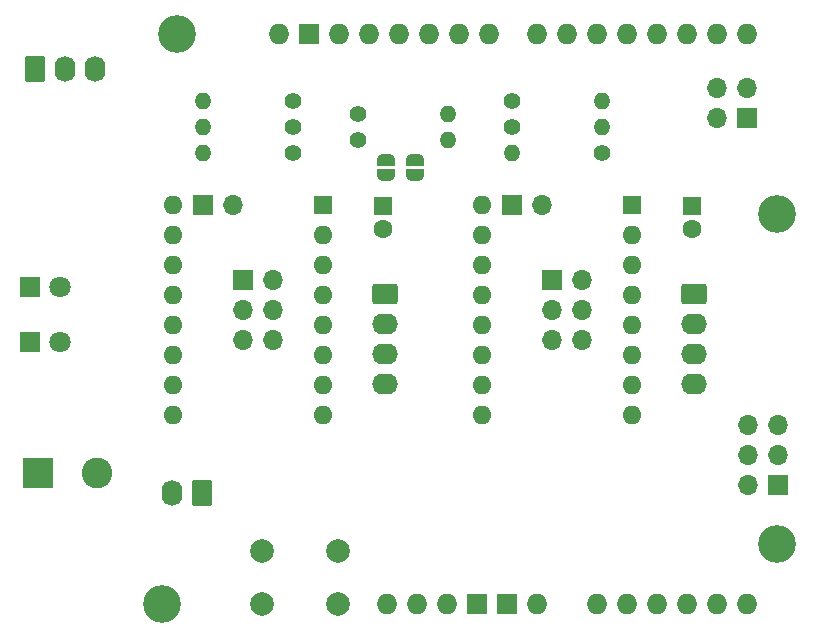
<source format=gbr>
%TF.GenerationSoftware,KiCad,Pcbnew,(6.0.9)*%
%TF.CreationDate,2024-05-17T13:17:35+09:00*%
%TF.ProjectId,DrawingBot-shield,44726177-696e-4674-926f-742d73686965,rev?*%
%TF.SameCoordinates,PX280b770PYa6e49c0*%
%TF.FileFunction,Soldermask,Bot*%
%TF.FilePolarity,Negative*%
%FSLAX46Y46*%
G04 Gerber Fmt 4.6, Leading zero omitted, Abs format (unit mm)*
G04 Created by KiCad (PCBNEW (6.0.9)) date 2024-05-17 13:17:35*
%MOMM*%
%LPD*%
G01*
G04 APERTURE LIST*
G04 Aperture macros list*
%AMRoundRect*
0 Rectangle with rounded corners*
0 $1 Rounding radius*
0 $2 $3 $4 $5 $6 $7 $8 $9 X,Y pos of 4 corners*
0 Add a 4 corners polygon primitive as box body*
4,1,4,$2,$3,$4,$5,$6,$7,$8,$9,$2,$3,0*
0 Add four circle primitives for the rounded corners*
1,1,$1+$1,$2,$3*
1,1,$1+$1,$4,$5*
1,1,$1+$1,$6,$7*
1,1,$1+$1,$8,$9*
0 Add four rect primitives between the rounded corners*
20,1,$1+$1,$2,$3,$4,$5,0*
20,1,$1+$1,$4,$5,$6,$7,0*
20,1,$1+$1,$6,$7,$8,$9,0*
20,1,$1+$1,$8,$9,$2,$3,0*%
%AMFreePoly0*
4,1,20,0.000000,0.744959,0.073905,0.744508,0.209726,0.703889,0.328688,0.626782,0.421226,0.519385,0.479903,0.390333,0.500000,0.250000,0.500000,-0.250000,0.499851,-0.262216,0.476331,-0.402017,0.414519,-0.529596,0.319384,-0.634700,0.198574,-0.708877,0.061801,-0.746166,0.000000,-0.745033,0.000000,-0.750000,-0.500000,-0.750000,-0.500000,0.750000,0.000000,0.750000,0.000000,0.744959,
0.000000,0.744959,$1*%
%AMFreePoly1*
4,1,22,0.500000,-0.750000,0.000000,-0.750000,0.000000,-0.745033,-0.079941,-0.743568,-0.215256,-0.701293,-0.333266,-0.622738,-0.424486,-0.514219,-0.481581,-0.384460,-0.499164,-0.250000,-0.500000,-0.250000,-0.500000,0.250000,-0.499164,0.250000,-0.499963,0.256109,-0.478152,0.396186,-0.417904,0.524511,-0.324060,0.630769,-0.204165,0.706417,-0.067858,0.745374,0.000000,0.744959,0.000000,0.750000,
0.500000,0.750000,0.500000,-0.750000,0.500000,-0.750000,$1*%
G04 Aperture macros list end*
%ADD10R,1.600000X1.600000*%
%ADD11C,1.600000*%
%ADD12C,1.400000*%
%ADD13O,1.400000X1.400000*%
%ADD14R,1.700000X1.700000*%
%ADD15O,1.700000X1.700000*%
%ADD16R,1.800000X1.800000*%
%ADD17C,1.800000*%
%ADD18C,2.600000*%
%ADD19R,2.600000X2.600000*%
%ADD20O,1.600000X1.600000*%
%ADD21FreePoly0,270.000000*%
%ADD22FreePoly1,270.000000*%
%ADD23C,3.200000*%
%ADD24O,1.727200X1.727200*%
%ADD25R,1.727200X1.727200*%
%ADD26O,2.190000X1.740000*%
%ADD27RoundRect,0.250000X-0.845000X0.620000X-0.845000X-0.620000X0.845000X-0.620000X0.845000X0.620000X0*%
%ADD28RoundRect,0.250000X-0.620000X-0.845000X0.620000X-0.845000X0.620000X0.845000X-0.620000X0.845000X0*%
%ADD29O,1.740000X2.190000*%
%ADD30RoundRect,0.250000X0.620000X0.845000X-0.620000X0.845000X-0.620000X-0.845000X0.620000X-0.845000X0*%
%ADD31C,2.000000*%
G04 APERTURE END LIST*
D10*
%TO.C,C1*%
X32686000Y36253112D03*
D11*
X32686000Y34253112D03*
%TD*%
D12*
%TO.C,R6*%
X43608000Y42918000D03*
D13*
X51228000Y42918000D03*
%TD*%
D14*
%TO.C,J10*%
X43618000Y36290000D03*
D15*
X46158000Y36290000D03*
%TD*%
D14*
%TO.C,J4*%
X63499881Y43677000D03*
D15*
X60959881Y43677000D03*
X63499881Y46217000D03*
X60959881Y46217000D03*
%TD*%
D14*
%TO.C,J6*%
X20805000Y29925000D03*
D15*
X23345000Y29925000D03*
X20805000Y27385000D03*
X23345000Y27385000D03*
X20805000Y24845000D03*
X23345000Y24845000D03*
%TD*%
D16*
%TO.C,D1*%
X2795000Y24700000D03*
D17*
X5335000Y24700000D03*
%TD*%
D13*
%TO.C,R7*%
X38220000Y44000000D03*
D12*
X30600000Y44000000D03*
%TD*%
%TO.C,R4*%
X43608000Y45108000D03*
D13*
X51228000Y45108000D03*
%TD*%
D12*
%TO.C,R5*%
X51228000Y40728000D03*
D13*
X43608000Y40728000D03*
%TD*%
D14*
%TO.C,J5*%
X66085000Y12635000D03*
D15*
X63545000Y12635000D03*
X66085000Y15175000D03*
X63545000Y15175000D03*
X66085000Y17715000D03*
X63545000Y17715000D03*
%TD*%
D18*
%TO.C,J1*%
X8480000Y13650000D03*
D19*
X3480000Y13650000D03*
%TD*%
D12*
%TO.C,R1*%
X25052000Y42918000D03*
D13*
X17432000Y42918000D03*
%TD*%
D10*
%TO.C,A2*%
X27602000Y36290000D03*
D20*
X27602000Y33750000D03*
X27602000Y31210000D03*
X27602000Y28670000D03*
X27602000Y26130000D03*
X27602000Y23590000D03*
X27602000Y21050000D03*
X27602000Y18510000D03*
X14902000Y18510000D03*
X14902000Y21050000D03*
X14902000Y23590000D03*
X14902000Y26130000D03*
X14902000Y28670000D03*
X14902000Y31210000D03*
X14902000Y33750000D03*
X14902000Y36290000D03*
%TD*%
D12*
%TO.C,R3*%
X25052000Y40728000D03*
D13*
X17432000Y40728000D03*
%TD*%
D12*
%TO.C,R8*%
X30600000Y41800000D03*
D13*
X38220000Y41800000D03*
%TD*%
D14*
%TO.C,J7*%
X17442000Y36290000D03*
D15*
X19982000Y36290000D03*
%TD*%
D14*
%TO.C,J9*%
X46955000Y29925000D03*
D15*
X49495000Y29925000D03*
X46955000Y27385000D03*
X49495000Y27385000D03*
X46955000Y24845000D03*
X49495000Y24845000D03*
%TD*%
D21*
%TO.C,JP2*%
X35410000Y38850000D03*
D22*
X35410000Y40150000D03*
%TD*%
D10*
%TO.C,A3*%
X53778000Y36290000D03*
D20*
X53778000Y33750000D03*
X53778000Y31210000D03*
X53778000Y28670000D03*
X53778000Y26130000D03*
X53778000Y23590000D03*
X53778000Y21050000D03*
X53778000Y18510000D03*
X41078000Y18510000D03*
X41078000Y21050000D03*
X41078000Y23590000D03*
X41078000Y26130000D03*
X41078000Y28670000D03*
X41078000Y31210000D03*
X41078000Y33750000D03*
X41078000Y36290000D03*
%TD*%
D23*
%TO.C,A1*%
X66039881Y7610000D03*
X66039881Y35550000D03*
X13969881Y2530000D03*
X15239881Y50790000D03*
D24*
X35559881Y2530000D03*
X38099881Y2530000D03*
X50799881Y2530000D03*
X53339881Y2530000D03*
X55879881Y2530000D03*
X58419881Y2530000D03*
X60959881Y2530000D03*
X63499881Y2530000D03*
X23875881Y50790000D03*
X63499881Y50790000D03*
X60959881Y50790000D03*
X58419881Y50790000D03*
X55879881Y50790000D03*
X53339881Y50790000D03*
X50799881Y50790000D03*
X48259881Y50790000D03*
X45719881Y50790000D03*
X41655881Y50790000D03*
X39115881Y50790000D03*
X36575881Y50790000D03*
X34035881Y50790000D03*
X31495881Y50790000D03*
X28955881Y50790000D03*
D25*
X26415881Y50790000D03*
X40639881Y2530000D03*
X43179881Y2530000D03*
D24*
X33019881Y2530000D03*
X45719881Y2530000D03*
%TD*%
D10*
%TO.C,C2*%
X58848000Y36253112D03*
D11*
X58848000Y34253112D03*
%TD*%
D26*
%TO.C,J11*%
X58980000Y21168000D03*
X58980000Y23708000D03*
X58980000Y26248000D03*
D27*
X58980000Y28788000D03*
%TD*%
D28*
%TO.C,J3*%
X3240000Y47780000D03*
D29*
X5780000Y47780000D03*
X8320000Y47780000D03*
%TD*%
%TO.C,J2*%
X14790000Y11920000D03*
D30*
X17330000Y11920000D03*
%TD*%
D31*
%TO.C,SW1*%
X22410000Y2530000D03*
X28910000Y2530000D03*
X22410000Y7030000D03*
X28910000Y7030000D03*
%TD*%
D21*
%TO.C,JP1*%
X32910000Y38850000D03*
D22*
X32910000Y40150000D03*
%TD*%
D12*
%TO.C,R2*%
X25052000Y45108000D03*
D13*
X17432000Y45108000D03*
%TD*%
D26*
%TO.C,J8*%
X32840000Y21190000D03*
X32840000Y23730000D03*
X32840000Y26270000D03*
D27*
X32840000Y28810000D03*
%TD*%
D16*
%TO.C,D2*%
X2805000Y29340000D03*
D17*
X5345000Y29340000D03*
%TD*%
M02*

</source>
